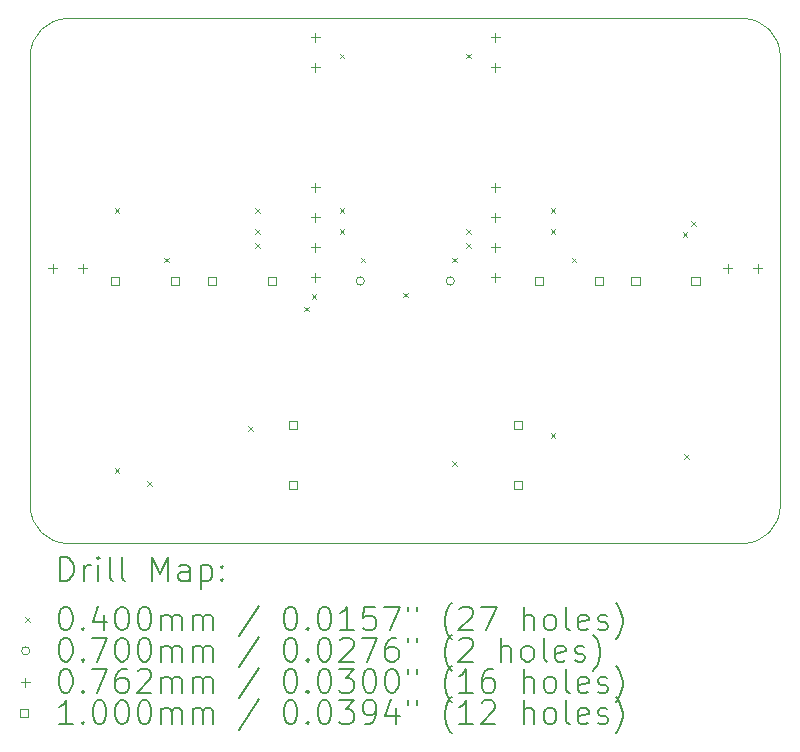
<source format=gbr>
%FSLAX45Y45*%
G04 Gerber Fmt 4.5, Leading zero omitted, Abs format (unit mm)*
G04 Created by KiCad (PCBNEW (6.0.2)) date 2022-08-23 14:49:38*
%MOMM*%
%LPD*%
G01*
G04 APERTURE LIST*
%TA.AperFunction,Profile*%
%ADD10C,0.100000*%
%TD*%
%ADD11C,0.200000*%
%ADD12C,0.040000*%
%ADD13C,0.070000*%
%ADD14C,0.076200*%
%ADD15C,0.100000*%
G04 APERTURE END LIST*
D10*
X25677834Y-16013920D02*
X25677834Y-12203916D01*
X25677834Y-12203916D02*
G75*
G03*
X25360334Y-11886416I-317500J0D01*
G01*
X19645329Y-11886416D02*
X25360334Y-11886416D01*
X19327829Y-16013920D02*
G75*
G03*
X19645329Y-16331420I317500J0D01*
G01*
X25360334Y-16331420D02*
X19645329Y-16331420D01*
X19645329Y-11886416D02*
G75*
G03*
X19327829Y-12203916I0J-317500D01*
G01*
X25360334Y-16331420D02*
G75*
G03*
X25677834Y-16013920I0J317500D01*
G01*
X19327829Y-16013920D02*
X19327829Y-12203916D01*
D11*
D12*
X20042048Y-13493605D02*
X20082048Y-13533605D01*
X20082048Y-13493605D02*
X20042048Y-13533605D01*
X20042048Y-15696263D02*
X20082048Y-15736263D01*
X20082048Y-15696263D02*
X20042048Y-15736263D01*
X20317830Y-15803451D02*
X20357830Y-15843451D01*
X20357830Y-15803451D02*
X20317830Y-15843451D01*
X20458767Y-13910324D02*
X20498767Y-13950324D01*
X20498767Y-13910324D02*
X20458767Y-13950324D01*
X21173143Y-15339075D02*
X21213143Y-15379075D01*
X21213143Y-15339075D02*
X21173143Y-15379075D01*
X21232674Y-13493605D02*
X21272674Y-13533605D01*
X21272674Y-13493605D02*
X21232674Y-13533605D01*
X21232674Y-13672199D02*
X21272674Y-13712199D01*
X21272674Y-13672199D02*
X21232674Y-13712199D01*
X21232674Y-13791262D02*
X21272674Y-13831262D01*
X21272674Y-13791262D02*
X21232674Y-13831262D01*
X21649082Y-14326980D02*
X21689082Y-14366980D01*
X21689082Y-14326980D02*
X21649082Y-14366980D01*
X21708925Y-14221369D02*
X21748925Y-14261369D01*
X21748925Y-14221369D02*
X21708925Y-14261369D01*
X21947050Y-12183916D02*
X21987050Y-12223916D01*
X21987050Y-12183916D02*
X21947050Y-12223916D01*
X21947050Y-13493605D02*
X21987050Y-13533605D01*
X21987050Y-13493605D02*
X21947050Y-13533605D01*
X21947050Y-13672199D02*
X21987050Y-13712199D01*
X21987050Y-13672199D02*
X21947050Y-13712199D01*
X22125644Y-13910324D02*
X22165644Y-13950324D01*
X22165644Y-13910324D02*
X22125644Y-13950324D01*
X22482831Y-14207981D02*
X22522831Y-14247981D01*
X22522831Y-14207981D02*
X22482831Y-14247981D01*
X22899550Y-13910324D02*
X22939550Y-13950324D01*
X22939550Y-13910324D02*
X22899550Y-13950324D01*
X22899550Y-15636732D02*
X22939550Y-15676732D01*
X22939550Y-15636732D02*
X22899550Y-15676732D01*
X23018613Y-12183916D02*
X23058613Y-12223916D01*
X23058613Y-12183916D02*
X23018613Y-12223916D01*
X23018613Y-13672199D02*
X23058613Y-13712199D01*
X23058613Y-13672199D02*
X23018613Y-13712199D01*
X23018613Y-13791262D02*
X23058613Y-13831262D01*
X23058613Y-13791262D02*
X23018613Y-13831262D01*
X23732989Y-13493605D02*
X23772989Y-13533605D01*
X23772989Y-13493605D02*
X23732989Y-13533605D01*
X23732989Y-13672199D02*
X23772989Y-13712199D01*
X23772989Y-13672199D02*
X23732989Y-13712199D01*
X23732989Y-15398607D02*
X23772989Y-15438607D01*
X23772989Y-15398607D02*
X23732989Y-15438607D01*
X23911583Y-13910324D02*
X23951583Y-13950324D01*
X23951583Y-13910324D02*
X23911583Y-13950324D01*
X24851165Y-13696000D02*
X24891165Y-13736000D01*
X24891165Y-13696000D02*
X24851165Y-13736000D01*
X24864083Y-15577201D02*
X24904083Y-15617201D01*
X24904083Y-15577201D02*
X24864083Y-15617201D01*
X24923615Y-13602668D02*
X24963615Y-13642668D01*
X24963615Y-13602668D02*
X24923615Y-13642668D01*
D13*
X22156831Y-14108918D02*
G75*
G03*
X22156831Y-14108918I-35000J0D01*
G01*
X22918831Y-14108918D02*
G75*
G03*
X22918831Y-14108918I-35000J0D01*
G01*
D14*
X19518329Y-13963436D02*
X19518329Y-14039636D01*
X19480229Y-14001536D02*
X19556429Y-14001536D01*
X19772329Y-13963436D02*
X19772329Y-14039636D01*
X19734229Y-14001536D02*
X19810429Y-14001536D01*
X21740831Y-12007316D02*
X21740831Y-12083516D01*
X21702731Y-12045416D02*
X21778931Y-12045416D01*
X21740831Y-12261316D02*
X21740831Y-12337516D01*
X21702731Y-12299416D02*
X21778931Y-12299416D01*
X21740831Y-13277316D02*
X21740831Y-13353516D01*
X21702731Y-13315416D02*
X21778931Y-13315416D01*
X21740831Y-13531316D02*
X21740831Y-13607516D01*
X21702731Y-13569416D02*
X21778931Y-13569416D01*
X21740831Y-13785316D02*
X21740831Y-13861516D01*
X21702731Y-13823416D02*
X21778931Y-13823416D01*
X21740831Y-14039316D02*
X21740831Y-14115516D01*
X21702731Y-14077416D02*
X21778931Y-14077416D01*
X23264831Y-12007316D02*
X23264831Y-12083516D01*
X23226731Y-12045416D02*
X23302931Y-12045416D01*
X23264831Y-12261316D02*
X23264831Y-12337516D01*
X23226731Y-12299416D02*
X23302931Y-12299416D01*
X23264831Y-13277316D02*
X23264831Y-13353516D01*
X23226731Y-13315416D02*
X23302931Y-13315416D01*
X23264831Y-13531316D02*
X23264831Y-13607516D01*
X23226731Y-13569416D02*
X23302931Y-13569416D01*
X23264831Y-13785316D02*
X23264831Y-13861516D01*
X23226731Y-13823416D02*
X23302931Y-13823416D01*
X23264831Y-14039316D02*
X23264831Y-14115516D01*
X23226731Y-14077416D02*
X23302931Y-14077416D01*
X25233334Y-13963436D02*
X25233334Y-14039636D01*
X25195234Y-14001536D02*
X25271434Y-14001536D01*
X25487334Y-13963436D02*
X25487334Y-14039636D01*
X25449234Y-14001536D02*
X25525434Y-14001536D01*
D15*
X20081529Y-14144274D02*
X20081529Y-14073562D01*
X20010818Y-14073562D01*
X20010818Y-14144274D01*
X20081529Y-14144274D01*
X20589529Y-14144274D02*
X20589529Y-14073562D01*
X20518818Y-14073562D01*
X20518818Y-14144274D01*
X20589529Y-14144274D01*
X20899092Y-14144274D02*
X20899092Y-14073562D01*
X20828381Y-14073562D01*
X20828381Y-14144274D01*
X20899092Y-14144274D01*
X21407092Y-14144274D02*
X21407092Y-14073562D01*
X21336381Y-14073562D01*
X21336381Y-14144274D01*
X21407092Y-14144274D01*
X21585686Y-15362681D02*
X21585686Y-15291970D01*
X21514975Y-15291970D01*
X21514975Y-15362681D01*
X21585686Y-15362681D01*
X21585686Y-15870681D02*
X21585686Y-15799970D01*
X21514975Y-15799970D01*
X21514975Y-15870681D01*
X21585686Y-15870681D01*
X23490688Y-15362681D02*
X23490688Y-15291970D01*
X23419976Y-15291970D01*
X23419976Y-15362681D01*
X23490688Y-15362681D01*
X23490688Y-15870681D02*
X23490688Y-15799970D01*
X23419976Y-15799970D01*
X23419976Y-15870681D01*
X23490688Y-15870681D01*
X23669282Y-14144274D02*
X23669282Y-14073562D01*
X23598570Y-14073562D01*
X23598570Y-14144274D01*
X23669282Y-14144274D01*
X24177282Y-14144274D02*
X24177282Y-14073562D01*
X24106570Y-14073562D01*
X24106570Y-14144274D01*
X24177282Y-14144274D01*
X24486845Y-14144274D02*
X24486845Y-14073562D01*
X24416134Y-14073562D01*
X24416134Y-14144274D01*
X24486845Y-14144274D01*
X24994845Y-14144274D02*
X24994845Y-14073562D01*
X24924134Y-14073562D01*
X24924134Y-14144274D01*
X24994845Y-14144274D01*
D11*
X19580448Y-16646896D02*
X19580448Y-16446896D01*
X19628067Y-16446896D01*
X19656639Y-16456420D01*
X19675686Y-16475467D01*
X19685210Y-16494515D01*
X19694734Y-16532610D01*
X19694734Y-16561182D01*
X19685210Y-16599277D01*
X19675686Y-16618324D01*
X19656639Y-16637372D01*
X19628067Y-16646896D01*
X19580448Y-16646896D01*
X19780448Y-16646896D02*
X19780448Y-16513562D01*
X19780448Y-16551658D02*
X19789972Y-16532610D01*
X19799496Y-16523086D01*
X19818543Y-16513562D01*
X19837591Y-16513562D01*
X19904258Y-16646896D02*
X19904258Y-16513562D01*
X19904258Y-16446896D02*
X19894734Y-16456420D01*
X19904258Y-16465943D01*
X19913781Y-16456420D01*
X19904258Y-16446896D01*
X19904258Y-16465943D01*
X20028067Y-16646896D02*
X20009019Y-16637372D01*
X19999496Y-16618324D01*
X19999496Y-16446896D01*
X20132829Y-16646896D02*
X20113781Y-16637372D01*
X20104258Y-16618324D01*
X20104258Y-16446896D01*
X20361400Y-16646896D02*
X20361400Y-16446896D01*
X20428067Y-16589753D01*
X20494734Y-16446896D01*
X20494734Y-16646896D01*
X20675686Y-16646896D02*
X20675686Y-16542134D01*
X20666162Y-16523086D01*
X20647115Y-16513562D01*
X20609019Y-16513562D01*
X20589972Y-16523086D01*
X20675686Y-16637372D02*
X20656639Y-16646896D01*
X20609019Y-16646896D01*
X20589972Y-16637372D01*
X20580448Y-16618324D01*
X20580448Y-16599277D01*
X20589972Y-16580229D01*
X20609019Y-16570705D01*
X20656639Y-16570705D01*
X20675686Y-16561182D01*
X20770924Y-16513562D02*
X20770924Y-16713562D01*
X20770924Y-16523086D02*
X20789972Y-16513562D01*
X20828067Y-16513562D01*
X20847115Y-16523086D01*
X20856639Y-16532610D01*
X20866162Y-16551658D01*
X20866162Y-16608801D01*
X20856639Y-16627848D01*
X20847115Y-16637372D01*
X20828067Y-16646896D01*
X20789972Y-16646896D01*
X20770924Y-16637372D01*
X20951877Y-16627848D02*
X20961400Y-16637372D01*
X20951877Y-16646896D01*
X20942353Y-16637372D01*
X20951877Y-16627848D01*
X20951877Y-16646896D01*
X20951877Y-16523086D02*
X20961400Y-16532610D01*
X20951877Y-16542134D01*
X20942353Y-16532610D01*
X20951877Y-16523086D01*
X20951877Y-16542134D01*
D12*
X19282829Y-16956420D02*
X19322829Y-16996420D01*
X19322829Y-16956420D02*
X19282829Y-16996420D01*
D11*
X19618543Y-16866896D02*
X19637591Y-16866896D01*
X19656639Y-16876420D01*
X19666162Y-16885944D01*
X19675686Y-16904991D01*
X19685210Y-16943086D01*
X19685210Y-16990705D01*
X19675686Y-17028801D01*
X19666162Y-17047848D01*
X19656639Y-17057372D01*
X19637591Y-17066896D01*
X19618543Y-17066896D01*
X19599496Y-17057372D01*
X19589972Y-17047848D01*
X19580448Y-17028801D01*
X19570924Y-16990705D01*
X19570924Y-16943086D01*
X19580448Y-16904991D01*
X19589972Y-16885944D01*
X19599496Y-16876420D01*
X19618543Y-16866896D01*
X19770924Y-17047848D02*
X19780448Y-17057372D01*
X19770924Y-17066896D01*
X19761400Y-17057372D01*
X19770924Y-17047848D01*
X19770924Y-17066896D01*
X19951877Y-16933563D02*
X19951877Y-17066896D01*
X19904258Y-16857372D02*
X19856639Y-17000229D01*
X19980448Y-17000229D01*
X20094734Y-16866896D02*
X20113781Y-16866896D01*
X20132829Y-16876420D01*
X20142353Y-16885944D01*
X20151877Y-16904991D01*
X20161400Y-16943086D01*
X20161400Y-16990705D01*
X20151877Y-17028801D01*
X20142353Y-17047848D01*
X20132829Y-17057372D01*
X20113781Y-17066896D01*
X20094734Y-17066896D01*
X20075686Y-17057372D01*
X20066162Y-17047848D01*
X20056639Y-17028801D01*
X20047115Y-16990705D01*
X20047115Y-16943086D01*
X20056639Y-16904991D01*
X20066162Y-16885944D01*
X20075686Y-16876420D01*
X20094734Y-16866896D01*
X20285210Y-16866896D02*
X20304258Y-16866896D01*
X20323305Y-16876420D01*
X20332829Y-16885944D01*
X20342353Y-16904991D01*
X20351877Y-16943086D01*
X20351877Y-16990705D01*
X20342353Y-17028801D01*
X20332829Y-17047848D01*
X20323305Y-17057372D01*
X20304258Y-17066896D01*
X20285210Y-17066896D01*
X20266162Y-17057372D01*
X20256639Y-17047848D01*
X20247115Y-17028801D01*
X20237591Y-16990705D01*
X20237591Y-16943086D01*
X20247115Y-16904991D01*
X20256639Y-16885944D01*
X20266162Y-16876420D01*
X20285210Y-16866896D01*
X20437591Y-17066896D02*
X20437591Y-16933563D01*
X20437591Y-16952610D02*
X20447115Y-16943086D01*
X20466162Y-16933563D01*
X20494734Y-16933563D01*
X20513781Y-16943086D01*
X20523305Y-16962134D01*
X20523305Y-17066896D01*
X20523305Y-16962134D02*
X20532829Y-16943086D01*
X20551877Y-16933563D01*
X20580448Y-16933563D01*
X20599496Y-16943086D01*
X20609019Y-16962134D01*
X20609019Y-17066896D01*
X20704258Y-17066896D02*
X20704258Y-16933563D01*
X20704258Y-16952610D02*
X20713781Y-16943086D01*
X20732829Y-16933563D01*
X20761400Y-16933563D01*
X20780448Y-16943086D01*
X20789972Y-16962134D01*
X20789972Y-17066896D01*
X20789972Y-16962134D02*
X20799496Y-16943086D01*
X20818543Y-16933563D01*
X20847115Y-16933563D01*
X20866162Y-16943086D01*
X20875686Y-16962134D01*
X20875686Y-17066896D01*
X21266162Y-16857372D02*
X21094734Y-17114515D01*
X21523305Y-16866896D02*
X21542353Y-16866896D01*
X21561400Y-16876420D01*
X21570924Y-16885944D01*
X21580448Y-16904991D01*
X21589972Y-16943086D01*
X21589972Y-16990705D01*
X21580448Y-17028801D01*
X21570924Y-17047848D01*
X21561400Y-17057372D01*
X21542353Y-17066896D01*
X21523305Y-17066896D01*
X21504258Y-17057372D01*
X21494734Y-17047848D01*
X21485210Y-17028801D01*
X21475686Y-16990705D01*
X21475686Y-16943086D01*
X21485210Y-16904991D01*
X21494734Y-16885944D01*
X21504258Y-16876420D01*
X21523305Y-16866896D01*
X21675686Y-17047848D02*
X21685210Y-17057372D01*
X21675686Y-17066896D01*
X21666162Y-17057372D01*
X21675686Y-17047848D01*
X21675686Y-17066896D01*
X21809019Y-16866896D02*
X21828067Y-16866896D01*
X21847115Y-16876420D01*
X21856639Y-16885944D01*
X21866162Y-16904991D01*
X21875686Y-16943086D01*
X21875686Y-16990705D01*
X21866162Y-17028801D01*
X21856639Y-17047848D01*
X21847115Y-17057372D01*
X21828067Y-17066896D01*
X21809019Y-17066896D01*
X21789972Y-17057372D01*
X21780448Y-17047848D01*
X21770924Y-17028801D01*
X21761400Y-16990705D01*
X21761400Y-16943086D01*
X21770924Y-16904991D01*
X21780448Y-16885944D01*
X21789972Y-16876420D01*
X21809019Y-16866896D01*
X22066162Y-17066896D02*
X21951877Y-17066896D01*
X22009019Y-17066896D02*
X22009019Y-16866896D01*
X21989972Y-16895467D01*
X21970924Y-16914515D01*
X21951877Y-16924039D01*
X22247115Y-16866896D02*
X22151877Y-16866896D01*
X22142353Y-16962134D01*
X22151877Y-16952610D01*
X22170924Y-16943086D01*
X22218543Y-16943086D01*
X22237591Y-16952610D01*
X22247115Y-16962134D01*
X22256639Y-16981182D01*
X22256639Y-17028801D01*
X22247115Y-17047848D01*
X22237591Y-17057372D01*
X22218543Y-17066896D01*
X22170924Y-17066896D01*
X22151877Y-17057372D01*
X22142353Y-17047848D01*
X22323305Y-16866896D02*
X22456638Y-16866896D01*
X22370924Y-17066896D01*
X22523305Y-16866896D02*
X22523305Y-16904991D01*
X22599496Y-16866896D02*
X22599496Y-16904991D01*
X22894734Y-17143086D02*
X22885210Y-17133563D01*
X22866162Y-17104991D01*
X22856638Y-17085944D01*
X22847115Y-17057372D01*
X22837591Y-17009753D01*
X22837591Y-16971658D01*
X22847115Y-16924039D01*
X22856638Y-16895467D01*
X22866162Y-16876420D01*
X22885210Y-16847848D01*
X22894734Y-16838324D01*
X22961400Y-16885944D02*
X22970924Y-16876420D01*
X22989972Y-16866896D01*
X23037591Y-16866896D01*
X23056638Y-16876420D01*
X23066162Y-16885944D01*
X23075686Y-16904991D01*
X23075686Y-16924039D01*
X23066162Y-16952610D01*
X22951877Y-17066896D01*
X23075686Y-17066896D01*
X23142353Y-16866896D02*
X23275686Y-16866896D01*
X23189972Y-17066896D01*
X23504257Y-17066896D02*
X23504257Y-16866896D01*
X23589972Y-17066896D02*
X23589972Y-16962134D01*
X23580448Y-16943086D01*
X23561400Y-16933563D01*
X23532829Y-16933563D01*
X23513781Y-16943086D01*
X23504257Y-16952610D01*
X23713781Y-17066896D02*
X23694734Y-17057372D01*
X23685210Y-17047848D01*
X23675686Y-17028801D01*
X23675686Y-16971658D01*
X23685210Y-16952610D01*
X23694734Y-16943086D01*
X23713781Y-16933563D01*
X23742353Y-16933563D01*
X23761400Y-16943086D01*
X23770924Y-16952610D01*
X23780448Y-16971658D01*
X23780448Y-17028801D01*
X23770924Y-17047848D01*
X23761400Y-17057372D01*
X23742353Y-17066896D01*
X23713781Y-17066896D01*
X23894734Y-17066896D02*
X23875686Y-17057372D01*
X23866162Y-17038324D01*
X23866162Y-16866896D01*
X24047115Y-17057372D02*
X24028067Y-17066896D01*
X23989972Y-17066896D01*
X23970924Y-17057372D01*
X23961400Y-17038324D01*
X23961400Y-16962134D01*
X23970924Y-16943086D01*
X23989972Y-16933563D01*
X24028067Y-16933563D01*
X24047115Y-16943086D01*
X24056638Y-16962134D01*
X24056638Y-16981182D01*
X23961400Y-17000229D01*
X24132829Y-17057372D02*
X24151877Y-17066896D01*
X24189972Y-17066896D01*
X24209019Y-17057372D01*
X24218543Y-17038324D01*
X24218543Y-17028801D01*
X24209019Y-17009753D01*
X24189972Y-17000229D01*
X24161400Y-17000229D01*
X24142353Y-16990705D01*
X24132829Y-16971658D01*
X24132829Y-16962134D01*
X24142353Y-16943086D01*
X24161400Y-16933563D01*
X24189972Y-16933563D01*
X24209019Y-16943086D01*
X24285210Y-17143086D02*
X24294734Y-17133563D01*
X24313781Y-17104991D01*
X24323305Y-17085944D01*
X24332829Y-17057372D01*
X24342353Y-17009753D01*
X24342353Y-16971658D01*
X24332829Y-16924039D01*
X24323305Y-16895467D01*
X24313781Y-16876420D01*
X24294734Y-16847848D01*
X24285210Y-16838324D01*
D13*
X19322829Y-17240420D02*
G75*
G03*
X19322829Y-17240420I-35000J0D01*
G01*
D11*
X19618543Y-17130896D02*
X19637591Y-17130896D01*
X19656639Y-17140420D01*
X19666162Y-17149944D01*
X19675686Y-17168991D01*
X19685210Y-17207086D01*
X19685210Y-17254705D01*
X19675686Y-17292801D01*
X19666162Y-17311848D01*
X19656639Y-17321372D01*
X19637591Y-17330896D01*
X19618543Y-17330896D01*
X19599496Y-17321372D01*
X19589972Y-17311848D01*
X19580448Y-17292801D01*
X19570924Y-17254705D01*
X19570924Y-17207086D01*
X19580448Y-17168991D01*
X19589972Y-17149944D01*
X19599496Y-17140420D01*
X19618543Y-17130896D01*
X19770924Y-17311848D02*
X19780448Y-17321372D01*
X19770924Y-17330896D01*
X19761400Y-17321372D01*
X19770924Y-17311848D01*
X19770924Y-17330896D01*
X19847115Y-17130896D02*
X19980448Y-17130896D01*
X19894734Y-17330896D01*
X20094734Y-17130896D02*
X20113781Y-17130896D01*
X20132829Y-17140420D01*
X20142353Y-17149944D01*
X20151877Y-17168991D01*
X20161400Y-17207086D01*
X20161400Y-17254705D01*
X20151877Y-17292801D01*
X20142353Y-17311848D01*
X20132829Y-17321372D01*
X20113781Y-17330896D01*
X20094734Y-17330896D01*
X20075686Y-17321372D01*
X20066162Y-17311848D01*
X20056639Y-17292801D01*
X20047115Y-17254705D01*
X20047115Y-17207086D01*
X20056639Y-17168991D01*
X20066162Y-17149944D01*
X20075686Y-17140420D01*
X20094734Y-17130896D01*
X20285210Y-17130896D02*
X20304258Y-17130896D01*
X20323305Y-17140420D01*
X20332829Y-17149944D01*
X20342353Y-17168991D01*
X20351877Y-17207086D01*
X20351877Y-17254705D01*
X20342353Y-17292801D01*
X20332829Y-17311848D01*
X20323305Y-17321372D01*
X20304258Y-17330896D01*
X20285210Y-17330896D01*
X20266162Y-17321372D01*
X20256639Y-17311848D01*
X20247115Y-17292801D01*
X20237591Y-17254705D01*
X20237591Y-17207086D01*
X20247115Y-17168991D01*
X20256639Y-17149944D01*
X20266162Y-17140420D01*
X20285210Y-17130896D01*
X20437591Y-17330896D02*
X20437591Y-17197563D01*
X20437591Y-17216610D02*
X20447115Y-17207086D01*
X20466162Y-17197563D01*
X20494734Y-17197563D01*
X20513781Y-17207086D01*
X20523305Y-17226134D01*
X20523305Y-17330896D01*
X20523305Y-17226134D02*
X20532829Y-17207086D01*
X20551877Y-17197563D01*
X20580448Y-17197563D01*
X20599496Y-17207086D01*
X20609019Y-17226134D01*
X20609019Y-17330896D01*
X20704258Y-17330896D02*
X20704258Y-17197563D01*
X20704258Y-17216610D02*
X20713781Y-17207086D01*
X20732829Y-17197563D01*
X20761400Y-17197563D01*
X20780448Y-17207086D01*
X20789972Y-17226134D01*
X20789972Y-17330896D01*
X20789972Y-17226134D02*
X20799496Y-17207086D01*
X20818543Y-17197563D01*
X20847115Y-17197563D01*
X20866162Y-17207086D01*
X20875686Y-17226134D01*
X20875686Y-17330896D01*
X21266162Y-17121372D02*
X21094734Y-17378515D01*
X21523305Y-17130896D02*
X21542353Y-17130896D01*
X21561400Y-17140420D01*
X21570924Y-17149944D01*
X21580448Y-17168991D01*
X21589972Y-17207086D01*
X21589972Y-17254705D01*
X21580448Y-17292801D01*
X21570924Y-17311848D01*
X21561400Y-17321372D01*
X21542353Y-17330896D01*
X21523305Y-17330896D01*
X21504258Y-17321372D01*
X21494734Y-17311848D01*
X21485210Y-17292801D01*
X21475686Y-17254705D01*
X21475686Y-17207086D01*
X21485210Y-17168991D01*
X21494734Y-17149944D01*
X21504258Y-17140420D01*
X21523305Y-17130896D01*
X21675686Y-17311848D02*
X21685210Y-17321372D01*
X21675686Y-17330896D01*
X21666162Y-17321372D01*
X21675686Y-17311848D01*
X21675686Y-17330896D01*
X21809019Y-17130896D02*
X21828067Y-17130896D01*
X21847115Y-17140420D01*
X21856639Y-17149944D01*
X21866162Y-17168991D01*
X21875686Y-17207086D01*
X21875686Y-17254705D01*
X21866162Y-17292801D01*
X21856639Y-17311848D01*
X21847115Y-17321372D01*
X21828067Y-17330896D01*
X21809019Y-17330896D01*
X21789972Y-17321372D01*
X21780448Y-17311848D01*
X21770924Y-17292801D01*
X21761400Y-17254705D01*
X21761400Y-17207086D01*
X21770924Y-17168991D01*
X21780448Y-17149944D01*
X21789972Y-17140420D01*
X21809019Y-17130896D01*
X21951877Y-17149944D02*
X21961400Y-17140420D01*
X21980448Y-17130896D01*
X22028067Y-17130896D01*
X22047115Y-17140420D01*
X22056639Y-17149944D01*
X22066162Y-17168991D01*
X22066162Y-17188039D01*
X22056639Y-17216610D01*
X21942353Y-17330896D01*
X22066162Y-17330896D01*
X22132829Y-17130896D02*
X22266162Y-17130896D01*
X22180448Y-17330896D01*
X22428067Y-17130896D02*
X22389972Y-17130896D01*
X22370924Y-17140420D01*
X22361400Y-17149944D01*
X22342353Y-17178515D01*
X22332829Y-17216610D01*
X22332829Y-17292801D01*
X22342353Y-17311848D01*
X22351877Y-17321372D01*
X22370924Y-17330896D01*
X22409019Y-17330896D01*
X22428067Y-17321372D01*
X22437591Y-17311848D01*
X22447115Y-17292801D01*
X22447115Y-17245182D01*
X22437591Y-17226134D01*
X22428067Y-17216610D01*
X22409019Y-17207086D01*
X22370924Y-17207086D01*
X22351877Y-17216610D01*
X22342353Y-17226134D01*
X22332829Y-17245182D01*
X22523305Y-17130896D02*
X22523305Y-17168991D01*
X22599496Y-17130896D02*
X22599496Y-17168991D01*
X22894734Y-17407086D02*
X22885210Y-17397563D01*
X22866162Y-17368991D01*
X22856638Y-17349944D01*
X22847115Y-17321372D01*
X22837591Y-17273753D01*
X22837591Y-17235658D01*
X22847115Y-17188039D01*
X22856638Y-17159467D01*
X22866162Y-17140420D01*
X22885210Y-17111848D01*
X22894734Y-17102324D01*
X22961400Y-17149944D02*
X22970924Y-17140420D01*
X22989972Y-17130896D01*
X23037591Y-17130896D01*
X23056638Y-17140420D01*
X23066162Y-17149944D01*
X23075686Y-17168991D01*
X23075686Y-17188039D01*
X23066162Y-17216610D01*
X22951877Y-17330896D01*
X23075686Y-17330896D01*
X23313781Y-17330896D02*
X23313781Y-17130896D01*
X23399496Y-17330896D02*
X23399496Y-17226134D01*
X23389972Y-17207086D01*
X23370924Y-17197563D01*
X23342353Y-17197563D01*
X23323305Y-17207086D01*
X23313781Y-17216610D01*
X23523305Y-17330896D02*
X23504257Y-17321372D01*
X23494734Y-17311848D01*
X23485210Y-17292801D01*
X23485210Y-17235658D01*
X23494734Y-17216610D01*
X23504257Y-17207086D01*
X23523305Y-17197563D01*
X23551877Y-17197563D01*
X23570924Y-17207086D01*
X23580448Y-17216610D01*
X23589972Y-17235658D01*
X23589972Y-17292801D01*
X23580448Y-17311848D01*
X23570924Y-17321372D01*
X23551877Y-17330896D01*
X23523305Y-17330896D01*
X23704257Y-17330896D02*
X23685210Y-17321372D01*
X23675686Y-17302324D01*
X23675686Y-17130896D01*
X23856638Y-17321372D02*
X23837591Y-17330896D01*
X23799496Y-17330896D01*
X23780448Y-17321372D01*
X23770924Y-17302324D01*
X23770924Y-17226134D01*
X23780448Y-17207086D01*
X23799496Y-17197563D01*
X23837591Y-17197563D01*
X23856638Y-17207086D01*
X23866162Y-17226134D01*
X23866162Y-17245182D01*
X23770924Y-17264229D01*
X23942353Y-17321372D02*
X23961400Y-17330896D01*
X23999496Y-17330896D01*
X24018543Y-17321372D01*
X24028067Y-17302324D01*
X24028067Y-17292801D01*
X24018543Y-17273753D01*
X23999496Y-17264229D01*
X23970924Y-17264229D01*
X23951877Y-17254705D01*
X23942353Y-17235658D01*
X23942353Y-17226134D01*
X23951877Y-17207086D01*
X23970924Y-17197563D01*
X23999496Y-17197563D01*
X24018543Y-17207086D01*
X24094734Y-17407086D02*
X24104257Y-17397563D01*
X24123305Y-17368991D01*
X24132829Y-17349944D01*
X24142353Y-17321372D01*
X24151877Y-17273753D01*
X24151877Y-17235658D01*
X24142353Y-17188039D01*
X24132829Y-17159467D01*
X24123305Y-17140420D01*
X24104257Y-17111848D01*
X24094734Y-17102324D01*
D14*
X19284729Y-17466320D02*
X19284729Y-17542520D01*
X19246629Y-17504420D02*
X19322829Y-17504420D01*
D11*
X19618543Y-17394896D02*
X19637591Y-17394896D01*
X19656639Y-17404420D01*
X19666162Y-17413944D01*
X19675686Y-17432991D01*
X19685210Y-17471086D01*
X19685210Y-17518705D01*
X19675686Y-17556801D01*
X19666162Y-17575848D01*
X19656639Y-17585372D01*
X19637591Y-17594896D01*
X19618543Y-17594896D01*
X19599496Y-17585372D01*
X19589972Y-17575848D01*
X19580448Y-17556801D01*
X19570924Y-17518705D01*
X19570924Y-17471086D01*
X19580448Y-17432991D01*
X19589972Y-17413944D01*
X19599496Y-17404420D01*
X19618543Y-17394896D01*
X19770924Y-17575848D02*
X19780448Y-17585372D01*
X19770924Y-17594896D01*
X19761400Y-17585372D01*
X19770924Y-17575848D01*
X19770924Y-17594896D01*
X19847115Y-17394896D02*
X19980448Y-17394896D01*
X19894734Y-17594896D01*
X20142353Y-17394896D02*
X20104258Y-17394896D01*
X20085210Y-17404420D01*
X20075686Y-17413944D01*
X20056639Y-17442515D01*
X20047115Y-17480610D01*
X20047115Y-17556801D01*
X20056639Y-17575848D01*
X20066162Y-17585372D01*
X20085210Y-17594896D01*
X20123305Y-17594896D01*
X20142353Y-17585372D01*
X20151877Y-17575848D01*
X20161400Y-17556801D01*
X20161400Y-17509182D01*
X20151877Y-17490134D01*
X20142353Y-17480610D01*
X20123305Y-17471086D01*
X20085210Y-17471086D01*
X20066162Y-17480610D01*
X20056639Y-17490134D01*
X20047115Y-17509182D01*
X20237591Y-17413944D02*
X20247115Y-17404420D01*
X20266162Y-17394896D01*
X20313781Y-17394896D01*
X20332829Y-17404420D01*
X20342353Y-17413944D01*
X20351877Y-17432991D01*
X20351877Y-17452039D01*
X20342353Y-17480610D01*
X20228067Y-17594896D01*
X20351877Y-17594896D01*
X20437591Y-17594896D02*
X20437591Y-17461563D01*
X20437591Y-17480610D02*
X20447115Y-17471086D01*
X20466162Y-17461563D01*
X20494734Y-17461563D01*
X20513781Y-17471086D01*
X20523305Y-17490134D01*
X20523305Y-17594896D01*
X20523305Y-17490134D02*
X20532829Y-17471086D01*
X20551877Y-17461563D01*
X20580448Y-17461563D01*
X20599496Y-17471086D01*
X20609019Y-17490134D01*
X20609019Y-17594896D01*
X20704258Y-17594896D02*
X20704258Y-17461563D01*
X20704258Y-17480610D02*
X20713781Y-17471086D01*
X20732829Y-17461563D01*
X20761400Y-17461563D01*
X20780448Y-17471086D01*
X20789972Y-17490134D01*
X20789972Y-17594896D01*
X20789972Y-17490134D02*
X20799496Y-17471086D01*
X20818543Y-17461563D01*
X20847115Y-17461563D01*
X20866162Y-17471086D01*
X20875686Y-17490134D01*
X20875686Y-17594896D01*
X21266162Y-17385372D02*
X21094734Y-17642515D01*
X21523305Y-17394896D02*
X21542353Y-17394896D01*
X21561400Y-17404420D01*
X21570924Y-17413944D01*
X21580448Y-17432991D01*
X21589972Y-17471086D01*
X21589972Y-17518705D01*
X21580448Y-17556801D01*
X21570924Y-17575848D01*
X21561400Y-17585372D01*
X21542353Y-17594896D01*
X21523305Y-17594896D01*
X21504258Y-17585372D01*
X21494734Y-17575848D01*
X21485210Y-17556801D01*
X21475686Y-17518705D01*
X21475686Y-17471086D01*
X21485210Y-17432991D01*
X21494734Y-17413944D01*
X21504258Y-17404420D01*
X21523305Y-17394896D01*
X21675686Y-17575848D02*
X21685210Y-17585372D01*
X21675686Y-17594896D01*
X21666162Y-17585372D01*
X21675686Y-17575848D01*
X21675686Y-17594896D01*
X21809019Y-17394896D02*
X21828067Y-17394896D01*
X21847115Y-17404420D01*
X21856639Y-17413944D01*
X21866162Y-17432991D01*
X21875686Y-17471086D01*
X21875686Y-17518705D01*
X21866162Y-17556801D01*
X21856639Y-17575848D01*
X21847115Y-17585372D01*
X21828067Y-17594896D01*
X21809019Y-17594896D01*
X21789972Y-17585372D01*
X21780448Y-17575848D01*
X21770924Y-17556801D01*
X21761400Y-17518705D01*
X21761400Y-17471086D01*
X21770924Y-17432991D01*
X21780448Y-17413944D01*
X21789972Y-17404420D01*
X21809019Y-17394896D01*
X21942353Y-17394896D02*
X22066162Y-17394896D01*
X21999496Y-17471086D01*
X22028067Y-17471086D01*
X22047115Y-17480610D01*
X22056639Y-17490134D01*
X22066162Y-17509182D01*
X22066162Y-17556801D01*
X22056639Y-17575848D01*
X22047115Y-17585372D01*
X22028067Y-17594896D01*
X21970924Y-17594896D01*
X21951877Y-17585372D01*
X21942353Y-17575848D01*
X22189972Y-17394896D02*
X22209019Y-17394896D01*
X22228067Y-17404420D01*
X22237591Y-17413944D01*
X22247115Y-17432991D01*
X22256639Y-17471086D01*
X22256639Y-17518705D01*
X22247115Y-17556801D01*
X22237591Y-17575848D01*
X22228067Y-17585372D01*
X22209019Y-17594896D01*
X22189972Y-17594896D01*
X22170924Y-17585372D01*
X22161400Y-17575848D01*
X22151877Y-17556801D01*
X22142353Y-17518705D01*
X22142353Y-17471086D01*
X22151877Y-17432991D01*
X22161400Y-17413944D01*
X22170924Y-17404420D01*
X22189972Y-17394896D01*
X22380448Y-17394896D02*
X22399496Y-17394896D01*
X22418543Y-17404420D01*
X22428067Y-17413944D01*
X22437591Y-17432991D01*
X22447115Y-17471086D01*
X22447115Y-17518705D01*
X22437591Y-17556801D01*
X22428067Y-17575848D01*
X22418543Y-17585372D01*
X22399496Y-17594896D01*
X22380448Y-17594896D01*
X22361400Y-17585372D01*
X22351877Y-17575848D01*
X22342353Y-17556801D01*
X22332829Y-17518705D01*
X22332829Y-17471086D01*
X22342353Y-17432991D01*
X22351877Y-17413944D01*
X22361400Y-17404420D01*
X22380448Y-17394896D01*
X22523305Y-17394896D02*
X22523305Y-17432991D01*
X22599496Y-17394896D02*
X22599496Y-17432991D01*
X22894734Y-17671086D02*
X22885210Y-17661563D01*
X22866162Y-17632991D01*
X22856638Y-17613944D01*
X22847115Y-17585372D01*
X22837591Y-17537753D01*
X22837591Y-17499658D01*
X22847115Y-17452039D01*
X22856638Y-17423467D01*
X22866162Y-17404420D01*
X22885210Y-17375848D01*
X22894734Y-17366324D01*
X23075686Y-17594896D02*
X22961400Y-17594896D01*
X23018543Y-17594896D02*
X23018543Y-17394896D01*
X22999496Y-17423467D01*
X22980448Y-17442515D01*
X22961400Y-17452039D01*
X23247115Y-17394896D02*
X23209019Y-17394896D01*
X23189972Y-17404420D01*
X23180448Y-17413944D01*
X23161400Y-17442515D01*
X23151877Y-17480610D01*
X23151877Y-17556801D01*
X23161400Y-17575848D01*
X23170924Y-17585372D01*
X23189972Y-17594896D01*
X23228067Y-17594896D01*
X23247115Y-17585372D01*
X23256638Y-17575848D01*
X23266162Y-17556801D01*
X23266162Y-17509182D01*
X23256638Y-17490134D01*
X23247115Y-17480610D01*
X23228067Y-17471086D01*
X23189972Y-17471086D01*
X23170924Y-17480610D01*
X23161400Y-17490134D01*
X23151877Y-17509182D01*
X23504257Y-17594896D02*
X23504257Y-17394896D01*
X23589972Y-17594896D02*
X23589972Y-17490134D01*
X23580448Y-17471086D01*
X23561400Y-17461563D01*
X23532829Y-17461563D01*
X23513781Y-17471086D01*
X23504257Y-17480610D01*
X23713781Y-17594896D02*
X23694734Y-17585372D01*
X23685210Y-17575848D01*
X23675686Y-17556801D01*
X23675686Y-17499658D01*
X23685210Y-17480610D01*
X23694734Y-17471086D01*
X23713781Y-17461563D01*
X23742353Y-17461563D01*
X23761400Y-17471086D01*
X23770924Y-17480610D01*
X23780448Y-17499658D01*
X23780448Y-17556801D01*
X23770924Y-17575848D01*
X23761400Y-17585372D01*
X23742353Y-17594896D01*
X23713781Y-17594896D01*
X23894734Y-17594896D02*
X23875686Y-17585372D01*
X23866162Y-17566324D01*
X23866162Y-17394896D01*
X24047115Y-17585372D02*
X24028067Y-17594896D01*
X23989972Y-17594896D01*
X23970924Y-17585372D01*
X23961400Y-17566324D01*
X23961400Y-17490134D01*
X23970924Y-17471086D01*
X23989972Y-17461563D01*
X24028067Y-17461563D01*
X24047115Y-17471086D01*
X24056638Y-17490134D01*
X24056638Y-17509182D01*
X23961400Y-17528229D01*
X24132829Y-17585372D02*
X24151877Y-17594896D01*
X24189972Y-17594896D01*
X24209019Y-17585372D01*
X24218543Y-17566324D01*
X24218543Y-17556801D01*
X24209019Y-17537753D01*
X24189972Y-17528229D01*
X24161400Y-17528229D01*
X24142353Y-17518705D01*
X24132829Y-17499658D01*
X24132829Y-17490134D01*
X24142353Y-17471086D01*
X24161400Y-17461563D01*
X24189972Y-17461563D01*
X24209019Y-17471086D01*
X24285210Y-17671086D02*
X24294734Y-17661563D01*
X24313781Y-17632991D01*
X24323305Y-17613944D01*
X24332829Y-17585372D01*
X24342353Y-17537753D01*
X24342353Y-17499658D01*
X24332829Y-17452039D01*
X24323305Y-17423467D01*
X24313781Y-17404420D01*
X24294734Y-17375848D01*
X24285210Y-17366324D01*
D15*
X19308185Y-17803775D02*
X19308185Y-17733064D01*
X19237473Y-17733064D01*
X19237473Y-17803775D01*
X19308185Y-17803775D01*
D11*
X19685210Y-17858896D02*
X19570924Y-17858896D01*
X19628067Y-17858896D02*
X19628067Y-17658896D01*
X19609019Y-17687467D01*
X19589972Y-17706515D01*
X19570924Y-17716039D01*
X19770924Y-17839848D02*
X19780448Y-17849372D01*
X19770924Y-17858896D01*
X19761400Y-17849372D01*
X19770924Y-17839848D01*
X19770924Y-17858896D01*
X19904258Y-17658896D02*
X19923305Y-17658896D01*
X19942353Y-17668420D01*
X19951877Y-17677944D01*
X19961400Y-17696991D01*
X19970924Y-17735086D01*
X19970924Y-17782705D01*
X19961400Y-17820801D01*
X19951877Y-17839848D01*
X19942353Y-17849372D01*
X19923305Y-17858896D01*
X19904258Y-17858896D01*
X19885210Y-17849372D01*
X19875686Y-17839848D01*
X19866162Y-17820801D01*
X19856639Y-17782705D01*
X19856639Y-17735086D01*
X19866162Y-17696991D01*
X19875686Y-17677944D01*
X19885210Y-17668420D01*
X19904258Y-17658896D01*
X20094734Y-17658896D02*
X20113781Y-17658896D01*
X20132829Y-17668420D01*
X20142353Y-17677944D01*
X20151877Y-17696991D01*
X20161400Y-17735086D01*
X20161400Y-17782705D01*
X20151877Y-17820801D01*
X20142353Y-17839848D01*
X20132829Y-17849372D01*
X20113781Y-17858896D01*
X20094734Y-17858896D01*
X20075686Y-17849372D01*
X20066162Y-17839848D01*
X20056639Y-17820801D01*
X20047115Y-17782705D01*
X20047115Y-17735086D01*
X20056639Y-17696991D01*
X20066162Y-17677944D01*
X20075686Y-17668420D01*
X20094734Y-17658896D01*
X20285210Y-17658896D02*
X20304258Y-17658896D01*
X20323305Y-17668420D01*
X20332829Y-17677944D01*
X20342353Y-17696991D01*
X20351877Y-17735086D01*
X20351877Y-17782705D01*
X20342353Y-17820801D01*
X20332829Y-17839848D01*
X20323305Y-17849372D01*
X20304258Y-17858896D01*
X20285210Y-17858896D01*
X20266162Y-17849372D01*
X20256639Y-17839848D01*
X20247115Y-17820801D01*
X20237591Y-17782705D01*
X20237591Y-17735086D01*
X20247115Y-17696991D01*
X20256639Y-17677944D01*
X20266162Y-17668420D01*
X20285210Y-17658896D01*
X20437591Y-17858896D02*
X20437591Y-17725563D01*
X20437591Y-17744610D02*
X20447115Y-17735086D01*
X20466162Y-17725563D01*
X20494734Y-17725563D01*
X20513781Y-17735086D01*
X20523305Y-17754134D01*
X20523305Y-17858896D01*
X20523305Y-17754134D02*
X20532829Y-17735086D01*
X20551877Y-17725563D01*
X20580448Y-17725563D01*
X20599496Y-17735086D01*
X20609019Y-17754134D01*
X20609019Y-17858896D01*
X20704258Y-17858896D02*
X20704258Y-17725563D01*
X20704258Y-17744610D02*
X20713781Y-17735086D01*
X20732829Y-17725563D01*
X20761400Y-17725563D01*
X20780448Y-17735086D01*
X20789972Y-17754134D01*
X20789972Y-17858896D01*
X20789972Y-17754134D02*
X20799496Y-17735086D01*
X20818543Y-17725563D01*
X20847115Y-17725563D01*
X20866162Y-17735086D01*
X20875686Y-17754134D01*
X20875686Y-17858896D01*
X21266162Y-17649372D02*
X21094734Y-17906515D01*
X21523305Y-17658896D02*
X21542353Y-17658896D01*
X21561400Y-17668420D01*
X21570924Y-17677944D01*
X21580448Y-17696991D01*
X21589972Y-17735086D01*
X21589972Y-17782705D01*
X21580448Y-17820801D01*
X21570924Y-17839848D01*
X21561400Y-17849372D01*
X21542353Y-17858896D01*
X21523305Y-17858896D01*
X21504258Y-17849372D01*
X21494734Y-17839848D01*
X21485210Y-17820801D01*
X21475686Y-17782705D01*
X21475686Y-17735086D01*
X21485210Y-17696991D01*
X21494734Y-17677944D01*
X21504258Y-17668420D01*
X21523305Y-17658896D01*
X21675686Y-17839848D02*
X21685210Y-17849372D01*
X21675686Y-17858896D01*
X21666162Y-17849372D01*
X21675686Y-17839848D01*
X21675686Y-17858896D01*
X21809019Y-17658896D02*
X21828067Y-17658896D01*
X21847115Y-17668420D01*
X21856639Y-17677944D01*
X21866162Y-17696991D01*
X21875686Y-17735086D01*
X21875686Y-17782705D01*
X21866162Y-17820801D01*
X21856639Y-17839848D01*
X21847115Y-17849372D01*
X21828067Y-17858896D01*
X21809019Y-17858896D01*
X21789972Y-17849372D01*
X21780448Y-17839848D01*
X21770924Y-17820801D01*
X21761400Y-17782705D01*
X21761400Y-17735086D01*
X21770924Y-17696991D01*
X21780448Y-17677944D01*
X21789972Y-17668420D01*
X21809019Y-17658896D01*
X21942353Y-17658896D02*
X22066162Y-17658896D01*
X21999496Y-17735086D01*
X22028067Y-17735086D01*
X22047115Y-17744610D01*
X22056639Y-17754134D01*
X22066162Y-17773182D01*
X22066162Y-17820801D01*
X22056639Y-17839848D01*
X22047115Y-17849372D01*
X22028067Y-17858896D01*
X21970924Y-17858896D01*
X21951877Y-17849372D01*
X21942353Y-17839848D01*
X22161400Y-17858896D02*
X22199496Y-17858896D01*
X22218543Y-17849372D01*
X22228067Y-17839848D01*
X22247115Y-17811277D01*
X22256639Y-17773182D01*
X22256639Y-17696991D01*
X22247115Y-17677944D01*
X22237591Y-17668420D01*
X22218543Y-17658896D01*
X22180448Y-17658896D01*
X22161400Y-17668420D01*
X22151877Y-17677944D01*
X22142353Y-17696991D01*
X22142353Y-17744610D01*
X22151877Y-17763658D01*
X22161400Y-17773182D01*
X22180448Y-17782705D01*
X22218543Y-17782705D01*
X22237591Y-17773182D01*
X22247115Y-17763658D01*
X22256639Y-17744610D01*
X22428067Y-17725563D02*
X22428067Y-17858896D01*
X22380448Y-17649372D02*
X22332829Y-17792229D01*
X22456638Y-17792229D01*
X22523305Y-17658896D02*
X22523305Y-17696991D01*
X22599496Y-17658896D02*
X22599496Y-17696991D01*
X22894734Y-17935086D02*
X22885210Y-17925563D01*
X22866162Y-17896991D01*
X22856638Y-17877944D01*
X22847115Y-17849372D01*
X22837591Y-17801753D01*
X22837591Y-17763658D01*
X22847115Y-17716039D01*
X22856638Y-17687467D01*
X22866162Y-17668420D01*
X22885210Y-17639848D01*
X22894734Y-17630324D01*
X23075686Y-17858896D02*
X22961400Y-17858896D01*
X23018543Y-17858896D02*
X23018543Y-17658896D01*
X22999496Y-17687467D01*
X22980448Y-17706515D01*
X22961400Y-17716039D01*
X23151877Y-17677944D02*
X23161400Y-17668420D01*
X23180448Y-17658896D01*
X23228067Y-17658896D01*
X23247115Y-17668420D01*
X23256638Y-17677944D01*
X23266162Y-17696991D01*
X23266162Y-17716039D01*
X23256638Y-17744610D01*
X23142353Y-17858896D01*
X23266162Y-17858896D01*
X23504257Y-17858896D02*
X23504257Y-17658896D01*
X23589972Y-17858896D02*
X23589972Y-17754134D01*
X23580448Y-17735086D01*
X23561400Y-17725563D01*
X23532829Y-17725563D01*
X23513781Y-17735086D01*
X23504257Y-17744610D01*
X23713781Y-17858896D02*
X23694734Y-17849372D01*
X23685210Y-17839848D01*
X23675686Y-17820801D01*
X23675686Y-17763658D01*
X23685210Y-17744610D01*
X23694734Y-17735086D01*
X23713781Y-17725563D01*
X23742353Y-17725563D01*
X23761400Y-17735086D01*
X23770924Y-17744610D01*
X23780448Y-17763658D01*
X23780448Y-17820801D01*
X23770924Y-17839848D01*
X23761400Y-17849372D01*
X23742353Y-17858896D01*
X23713781Y-17858896D01*
X23894734Y-17858896D02*
X23875686Y-17849372D01*
X23866162Y-17830324D01*
X23866162Y-17658896D01*
X24047115Y-17849372D02*
X24028067Y-17858896D01*
X23989972Y-17858896D01*
X23970924Y-17849372D01*
X23961400Y-17830324D01*
X23961400Y-17754134D01*
X23970924Y-17735086D01*
X23989972Y-17725563D01*
X24028067Y-17725563D01*
X24047115Y-17735086D01*
X24056638Y-17754134D01*
X24056638Y-17773182D01*
X23961400Y-17792229D01*
X24132829Y-17849372D02*
X24151877Y-17858896D01*
X24189972Y-17858896D01*
X24209019Y-17849372D01*
X24218543Y-17830324D01*
X24218543Y-17820801D01*
X24209019Y-17801753D01*
X24189972Y-17792229D01*
X24161400Y-17792229D01*
X24142353Y-17782705D01*
X24132829Y-17763658D01*
X24132829Y-17754134D01*
X24142353Y-17735086D01*
X24161400Y-17725563D01*
X24189972Y-17725563D01*
X24209019Y-17735086D01*
X24285210Y-17935086D02*
X24294734Y-17925563D01*
X24313781Y-17896991D01*
X24323305Y-17877944D01*
X24332829Y-17849372D01*
X24342353Y-17801753D01*
X24342353Y-17763658D01*
X24332829Y-17716039D01*
X24323305Y-17687467D01*
X24313781Y-17668420D01*
X24294734Y-17639848D01*
X24285210Y-17630324D01*
M02*

</source>
